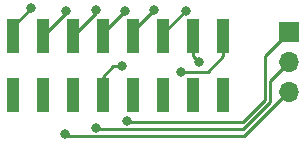
<source format=gbr>
%TF.GenerationSoftware,KiCad,Pcbnew,(6.0.11)*%
%TF.CreationDate,2024-01-05T00:57:41+00:00*%
%TF.ProjectId,Econet_ID_Extender_Internal,45636f6e-6574-45f4-9944-5f457874656e,rev?*%
%TF.SameCoordinates,Original*%
%TF.FileFunction,Copper,L2,Bot*%
%TF.FilePolarity,Positive*%
%FSLAX46Y46*%
G04 Gerber Fmt 4.6, Leading zero omitted, Abs format (unit mm)*
G04 Created by KiCad (PCBNEW (6.0.11)) date 2024-01-05 00:57:41*
%MOMM*%
%LPD*%
G01*
G04 APERTURE LIST*
%TA.AperFunction,ComponentPad*%
%ADD10R,1.700000X1.700000*%
%TD*%
%TA.AperFunction,ComponentPad*%
%ADD11O,1.700000X1.700000*%
%TD*%
%TA.AperFunction,SMDPad,CuDef*%
%ADD12R,1.000000X3.000000*%
%TD*%
%TA.AperFunction,ViaPad*%
%ADD13C,0.800000*%
%TD*%
%TA.AperFunction,Conductor*%
%ADD14C,0.250000*%
%TD*%
G04 APERTURE END LIST*
D10*
%TO.P,J3,1,Pin_1*%
%TO.N,/I_AUD1*%
X158080000Y-89700000D03*
D11*
%TO.P,J3,2,Pin_2*%
%TO.N,/I_AUD2*%
X158080000Y-92240000D03*
%TO.P,J3,3,Pin_3*%
%TO.N,/I_AUD3*%
X158080000Y-94780000D03*
%TD*%
D12*
%TO.P,J2,1,Pin_1*%
%TO.N,/I_SID_7*%
X152489996Y-90029996D03*
%TO.P,J2,2,Pin_2*%
%TO.N,unconnected-(J2-Pad2)*%
X152489996Y-95069996D03*
%TO.P,J2,3,Pin_3*%
%TO.N,/I_SID_6*%
X149949996Y-90029996D03*
%TO.P,J2,4,Pin_4*%
%TO.N,unconnected-(J2-Pad4)*%
X149949996Y-95069996D03*
%TO.P,J2,5,Pin_5*%
%TO.N,/I_SID_5*%
X147409996Y-90029996D03*
%TO.P,J2,6,Pin_6*%
%TO.N,unconnected-(J2-Pad6)*%
X147409996Y-95069996D03*
%TO.P,J2,7,Pin_7*%
%TO.N,/I_SID_4*%
X144869996Y-90029996D03*
%TO.P,J2,8,Pin_8*%
%TO.N,unconnected-(J2-Pad8)*%
X144869996Y-95069996D03*
%TO.P,J2,9,Pin_9*%
%TO.N,/I_SID_3*%
X142329996Y-90029996D03*
%TO.P,J2,10,Pin_10*%
%TO.N,/I_GND*%
X142329996Y-95069996D03*
%TO.P,J2,11,Pin_11*%
%TO.N,/I_SID_2*%
X139789996Y-90029996D03*
%TO.P,J2,12,Pin_12*%
%TO.N,unconnected-(J2-Pad12)*%
X139789996Y-95069996D03*
%TO.P,J2,13,Pin_13*%
%TO.N,/I_SID_1*%
X137249996Y-90029996D03*
%TO.P,J2,14,Pin_14*%
%TO.N,unconnected-(J2-Pad14)*%
X137249996Y-95069996D03*
%TO.P,J2,15,Pin_15*%
%TO.N,/I_SID_0*%
X134709996Y-90029996D03*
%TO.P,J2,16,Pin_16*%
%TO.N,unconnected-(J2-Pad16)*%
X134709996Y-95069996D03*
%TD*%
D13*
%TO.N,/I_SID_7*%
X148930000Y-93080000D03*
%TO.N,/I_SID_6*%
X150430000Y-92280000D03*
%TO.N,/I_SID_5*%
X149322205Y-87944272D03*
%TO.N,/I_SID_4*%
X146640000Y-87860000D03*
%TO.N,/I_SID_3*%
X144170000Y-87940000D03*
%TO.N,/I_GND*%
X143910000Y-92650000D03*
%TO.N,/I_SID_2*%
X141730000Y-87880000D03*
%TO.N,/I_SID_1*%
X139170000Y-87940000D03*
%TO.N,/I_SID_0*%
X136255000Y-87725000D03*
%TO.N,/I_AUD3*%
X139110000Y-98360000D03*
%TO.N,/I_AUD2*%
X141734500Y-97855500D03*
%TO.N,/I_AUD1*%
X144340000Y-97235500D03*
%TD*%
D14*
%TO.N,/I_SID_7*%
X152489996Y-91779996D02*
X151189992Y-93080000D01*
X151189992Y-93080000D02*
X148930000Y-93080000D01*
X152489996Y-90029996D02*
X152489996Y-91779996D01*
%TO.N,/I_SID_6*%
X149949996Y-90029996D02*
X149949996Y-91799996D01*
X149949996Y-91799996D02*
X150430000Y-92280000D01*
%TO.N,/I_SID_5*%
X147409996Y-89856481D02*
X149322205Y-87944272D01*
X147409996Y-90029996D02*
X147409996Y-89856481D01*
%TO.N,/I_SID_4*%
X144869996Y-90029996D02*
X144869996Y-89630004D01*
X144869996Y-89630004D02*
X146640000Y-87860000D01*
%TO.N,/I_SID_3*%
X142329996Y-90029996D02*
X142329996Y-89780004D01*
X142329996Y-89780004D02*
X144170000Y-87940000D01*
%TO.N,/I_GND*%
X142329996Y-93510004D02*
X142329996Y-95069996D01*
X143910000Y-92650000D02*
X143190000Y-92650000D01*
X143190000Y-92650000D02*
X142329996Y-93510004D01*
%TO.N,/I_SID_2*%
X141730000Y-88089992D02*
X141730000Y-87880000D01*
X139789996Y-90029996D02*
X141730000Y-88089992D01*
%TO.N,/I_SID_1*%
X137249996Y-90029996D02*
X139170000Y-88109992D01*
X139170000Y-88109992D02*
X139170000Y-87940000D01*
%TO.N,/I_SID_0*%
X134709996Y-90029996D02*
X134709996Y-89270004D01*
X134709996Y-89270004D02*
X136255000Y-87725000D01*
%TO.N,/I_AUD3*%
X154210000Y-98580000D02*
X139330000Y-98580000D01*
X158010000Y-94780000D02*
X154210000Y-98580000D01*
X158080000Y-94780000D02*
X158010000Y-94780000D01*
X139330000Y-98580000D02*
X139110000Y-98360000D01*
%TO.N,/I_AUD2*%
X156469501Y-95684809D02*
X154194310Y-97960000D01*
X154194310Y-97960000D02*
X141839000Y-97960000D01*
X156469501Y-93850499D02*
X156469501Y-95684809D01*
X158080000Y-92240000D02*
X156469501Y-93850499D01*
X141839000Y-97960000D02*
X141734500Y-97855500D01*
%TO.N,/I_AUD1*%
X154148620Y-97370000D02*
X144474500Y-97370000D01*
X158080000Y-89700000D02*
X156020000Y-91760000D01*
X156020000Y-91760000D02*
X156020000Y-95498620D01*
X156020000Y-95498620D02*
X154148620Y-97370000D01*
X144474500Y-97370000D02*
X144340000Y-97235500D01*
%TD*%
M02*

</source>
